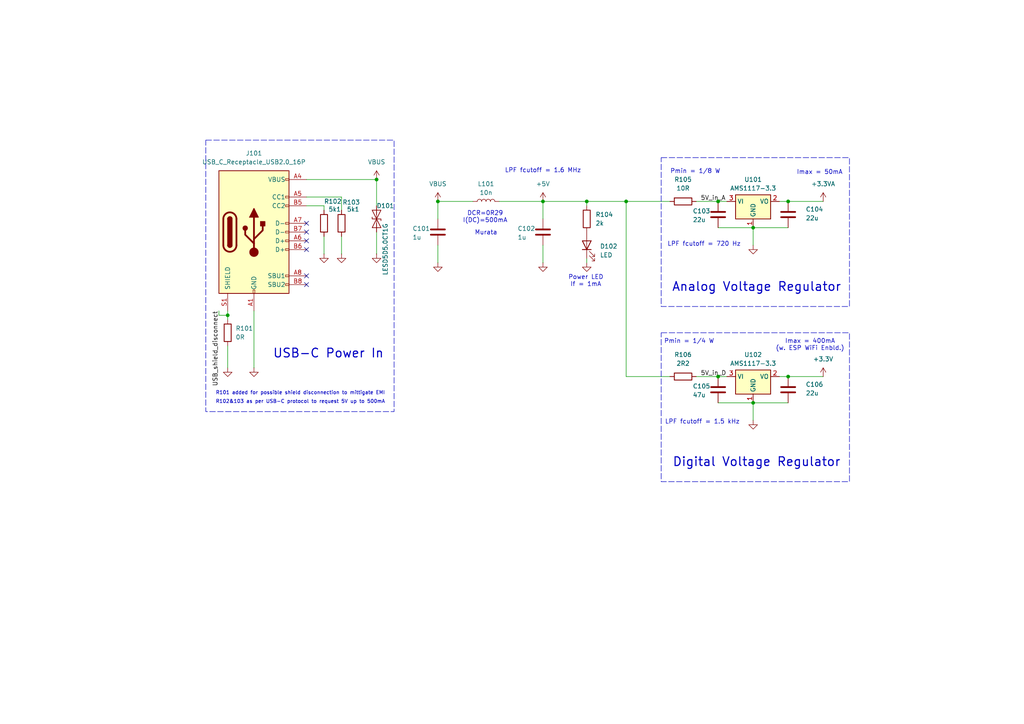
<source format=kicad_sch>
(kicad_sch (version 20231120) (generator "eeschema") (generator_version "8.0")
  (paper "A4")
  (lib_symbols
    (symbol "Connector:USB_C_Receptacle_USB2.0_16P" (pin_names (offset 1.016))
      (property "Reference" "J" (at 0 22.225 0))
      (property "Value" "USB_C_Receptacle_USB2.0_16P" (at 0 19.685 0))
      (symbol "USB_C_Receptacle_USB2.0_16P_0_0"
        (rectangle (start -0.254 -17.78) (end 0.254 -16.764))
        (rectangle (start 10.16 -14.986) (end 9.144 -15.494))
        (rectangle (start 10.16 -12.446) (end 9.144 -12.954))
        (rectangle (start 10.16 -4.826) (end 9.144 -5.334))
        (rectangle (start 10.16 -2.286) (end 9.144 -2.794))
        (rectangle (start 10.16 0.254) (end 9.144 -0.254))
        (rectangle (start 10.16 2.794) (end 9.144 2.286))
        (rectangle (start 10.16 7.874) (end 9.144 7.366))
        (rectangle (start 10.16 10.414) (end 9.144 9.906))
        (rectangle (start 10.16 15.494) (end 9.144 14.986))
      )
      (symbol "USB_C_Receptacle_USB2.0_16P_0_1"
        (rectangle (start -10.16 17.78) (end 10.16 -17.78) (stroke (width 0.254)) (fill (type background)))
        (arc (start -8.89 -3.81) (mid -6.985 -5.7067) (end -5.08 -3.81) (stroke (width 0.508)))
        (arc (start -7.62 -3.81) (mid -6.985 -4.4423) (end -6.35 -3.81) (stroke (width 0.254)))
        (arc (start -7.62 -3.81) (mid -6.985 -4.4423) (end -6.35 -3.81) (stroke (width 0.254)) (fill (type outline)))
        (rectangle (start -7.62 -3.81) (end -6.35 3.81) (stroke (width 0.254)) (fill (type outline)))
        (arc (start -6.35 3.81) (mid -6.985 4.4423) (end -7.62 3.81) (stroke (width 0.254)))
        (arc (start -6.35 3.81) (mid -6.985 4.4423) (end -7.62 3.81) (stroke (width 0.254)) (fill (type outline)))
        (arc (start -5.08 3.81) (mid -6.985 5.7067) (end -8.89 3.81) (stroke (width 0.508)))
        (circle (center -2.54 1.143) (radius 0.635) (stroke (width 0.254)) (fill (type outline)))
        (circle (center 0 -5.842) (radius 1.27) (fill (type outline)))
        (polyline (pts (xy -8.89 -3.81) (xy -8.89 3.81)) (stroke (width 0.508)))
        (polyline (pts (xy -5.08 3.81) (xy -5.08 -3.81)) (stroke (width 0.508)))
        (polyline (pts (xy 0 -5.842) (xy 0 4.318)) (stroke (width 0.508)))
        (polyline (pts (xy 0 -3.302) (xy -2.54 -0.762) (xy -2.54 0.508)) (stroke (width 0.508)))
        (polyline (pts (xy 0 -2.032) (xy 2.54 0.508) (xy 2.54 1.778)) (stroke (width 0.508)))
        (polyline (pts (xy -1.27 4.318) (xy 0 6.858) (xy 1.27 4.318) (xy -1.27 4.318)) (stroke (width 0.254)) (fill (type outline)))
        (rectangle (start 1.905 1.778) (end 3.175 3.048) (stroke (width 0.254)) (fill (type outline)))
      )
      (symbol "USB_C_Receptacle_USB2.0_16P_1_1"
        (pin passive line (at 0 -22.86 90) (length 5.08) (name "GND") (number "A1"))
        (pin passive line (at 0 -22.86 90) (length 5.08) hide (name "GND") (number "A12"))
        (pin passive line (at 15.24 15.24 180) (length 5.08) (name "VBUS") (number "A4"))
        (pin bidirectional line (at 15.24 10.16 180) (length 5.08) (name "CC1") (number "A5"))
        (pin bidirectional line (at 15.24 -2.54 180) (length 5.08) (name "D+") (number "A6"))
        (pin bidirectional line (at 15.24 2.54 180) (length 5.08) (name "D-") (number "A7"))
        (pin bidirectional line (at 15.24 -12.7 180) (length 5.08) (name "SBU1") (number "A8"))
        (pin passive line (at 15.24 15.24 180) (length 5.08) hide (name "VBUS") (number "A9"))
        (pin passive line (at 0 -22.86 90) (length 5.08) hide (name "GND") (number "B1"))
        (pin passive line (at 0 -22.86 90) (length 5.08) hide (name "GND") (number "B12"))
        (pin passive line (at 15.24 15.24 180) (length 5.08) hide (name "VBUS") (number "B4"))
        (pin bidirectional line (at 15.24 7.62 180) (length 5.08) (name "CC2") (number "B5"))
        (pin bidirectional line (at 15.24 -5.08 180) (length 5.08) (name "D+") (number "B6"))
        (pin bidirectional line (at 15.24 0 180) (length 5.08) (name "D-") (number "B7"))
        (pin bidirectional line (at 15.24 -15.24 180) (length 5.08) (name "SBU2") (number "B8"))
        (pin passive line (at 15.24 15.24 180) (length 5.08) hide (name "VBUS") (number "B9"))
        (pin passive line (at -7.62 -22.86 90) (length 5.08) (name "SHIELD") (number "S1"))
      )
    )
    (symbol "Device:C" (pin_numbers hide) (pin_names (offset 0.254))
      (property "Reference" "C" (at 0.635 2.54 0))
      (property "Value" "C" (at 0.635 -2.54 0))
      (symbol "C_0_1"
        (polyline (pts (xy -2.032 -0.762) (xy 2.032 -0.762)) (stroke (width 0.508)))
        (polyline (pts (xy -2.032 0.762) (xy 2.032 0.762)) (stroke (width 0.508)))
      )
      (symbol "C_1_1"
        (pin passive line (at 0 3.81 270) (length 2.794) (name "~") (number "1"))
        (pin passive line (at 0 -3.81 90) (length 2.794) (name "~") (number "2"))
      )
    )
    (symbol "Device:L" (pin_numbers hide) (pin_names (offset 1.016) hide)
      (property "Reference" "L" (at -1.27 0 90))
      (property "Value" "L" (at 1.905 0 90))
      (symbol "L_0_1"
        (arc (start 0 -2.54) (mid 0.6323 -1.905) (end 0 -1.27))
        (arc (start 0 -1.27) (mid 0.6323 -0.635) (end 0 0))
        (arc (start 0 0) (mid 0.6323 0.635) (end 0 1.27))
        (arc (start 0 1.27) (mid 0.6323 1.905) (end 0 2.54))
      )
      (symbol "L_1_1"
        (pin passive line (at 0 3.81 270) (length 1.27) (name "1") (number "1"))
        (pin passive line (at 0 -3.81 90) (length 1.27) (name "2") (number "2"))
      )
    )
    (symbol "Device:LED" (pin_numbers hide) (pin_names (offset 1.016) hide)
      (property "Reference" "D" (at 0 2.54 0))
      (property "Value" "LED" (at 0 -2.54 0))
      (symbol "LED_0_1"
        (polyline (pts (xy -1.27 -1.27) (xy -1.27 1.27)) (stroke (width 0.254)))
        (polyline (pts (xy -1.27 0) (xy 1.27 0)))
        (polyline (pts (xy 1.27 -1.27) (xy 1.27 1.27) (xy -1.27 0) (xy 1.27 -1.27)) (stroke (width 0.254)))
        (polyline (pts (xy -3.048 -0.762) (xy -4.572 -2.286) (xy -3.81 -2.286) (xy -4.572 -2.286) (xy -4.572 -1.524)))
        (polyline (pts (xy -1.778 -0.762) (xy -3.302 -2.286) (xy -2.54 -2.286) (xy -3.302 -2.286) (xy -3.302 -1.524)))
      )
      (symbol "LED_1_1"
        (pin passive line (at -3.81 0 0) (length 2.54) (name "K") (number "1"))
        (pin passive line (at 3.81 0 180) (length 2.54) (name "A") (number "2"))
      )
    )
    (symbol "Device:R" (pin_numbers hide) (pin_names (offset 0))
      (property "Reference" "R" (at 2.032 0 90))
      (property "Value" "R" (at 0 0 90))
      (symbol "R_0_1"
        (rectangle (start -1.016 -2.54) (end 1.016 2.54) (stroke (width 0.254)))
      )
      (symbol "R_1_1"
        (pin passive line (at 0 3.81 270) (length 1.27) (name "~") (number "1"))
        (pin passive line (at 0 -3.81 90) (length 1.27) (name "~") (number "2"))
      )
    )
    (symbol "Diode:ESD9B5.0ST5G" (pin_numbers hide) (pin_names (offset 1.016) hide)
      (property "Reference" "D" (at 0 2.54 0))
      (property "Value" "ESD9B5.0ST5G" (at 0 -2.54 0))
      (symbol "ESD9B5.0ST5G_0_1"
        (polyline (pts (xy 1.27 0) (xy -1.27 0)))
        (polyline (pts (xy -2.54 -1.27) (xy 0 0) (xy -2.54 1.27) (xy -2.54 -1.27)) (stroke (width 0.2032)))
        (polyline (pts (xy 0.508 1.27) (xy 0 1.27) (xy 0 -1.27) (xy -0.508 -1.27)) (stroke (width 0.2032)))
        (polyline (pts (xy 2.54 1.27) (xy 2.54 -1.27) (xy 0 0) (xy 2.54 1.27)) (stroke (width 0.2032)))
      )
      (symbol "ESD9B5.0ST5G_1_1"
        (pin passive line (at -3.81 0 0) (length 2.54) (name "A1") (number "1"))
        (pin passive line (at 3.81 0 180) (length 2.54) (name "A2") (number "2"))
      )
    )
    (symbol "Regulator_Linear:AMS1117-3.3"
      (property "Reference" "U" (at -3.81 3.175 0))
      (property "Value" "AMS1117-3.3" (at 0 3.175 0))
      (symbol "AMS1117-3.3_0_1"
        (rectangle (start -5.08 -5.08) (end 5.08 1.905) (stroke (width 0.254)) (fill (type background)))
      )
      (symbol "AMS1117-3.3_1_1"
        (pin power_in line (at 0 -7.62 90) (length 2.54) (name "GND") (number "1"))
        (pin power_out line (at 7.62 0 180) (length 2.54) (name "VO") (number "2"))
        (pin power_in line (at -7.62 0 0) (length 2.54) (name "VI") (number "3"))
      )
    )
    (symbol "power:+3.3V" (power) (pin_numbers hide) (pin_names (offset 0) hide)
      (property "Value" "+3.3V" (at 0 3.556 0))
      (symbol "+3.3V_0_1"
        (polyline (pts (xy -0.762 1.27) (xy 0 2.54)))
        (polyline (pts (xy 0 0) (xy 0 2.54)))
        (polyline (pts (xy 0 2.54) (xy 0.762 1.27)))
      )
      (symbol "+3.3V_1_1"
        (pin power_in line (at 0 0 90) (length 0) (name "~") (number "1"))
      )
    )
    (symbol "power:+3.3VA" (power) (pin_numbers hide) (pin_names (offset 0) hide)
      (property "Value" "+3.3VA" (at 0 3.556 0))
      (symbol "+3.3VA_0_1"
        (polyline (pts (xy -0.762 1.27) (xy 0 2.54)))
        (polyline (pts (xy 0 0) (xy 0 2.54)))
        (polyline (pts (xy 0 2.54) (xy 0.762 1.27)))
      )
      (symbol "+3.3VA_1_1"
        (pin power_in line (at 0 0 90) (length 0) (name "~") (number "1"))
      )
    )
    (symbol "power:+5V" (power) (pin_numbers hide) (pin_names (offset 0) hide)
      (property "Value" "+5V" (at 0 3.556 0))
      (symbol "+5V_0_1"
        (polyline (pts (xy -0.762 1.27) (xy 0 2.54)))
        (polyline (pts (xy 0 0) (xy 0 2.54)))
        (polyline (pts (xy 0 2.54) (xy 0.762 1.27)))
      )
      (symbol "+5V_1_1"
        (pin power_in line (at 0 0 90) (length 0) (name "~") (number "1"))
      )
    )
    (symbol "power:GND" (power) (pin_numbers hide) (pin_names (offset 0) hide)
      (property "Value" "GND" (at 0 -3.81 0))
      (symbol "GND_0_1"
        (polyline (pts (xy 0 0) (xy 0 -1.27) (xy 1.27 -1.27) (xy 0 -2.54) (xy -1.27 -1.27) (xy 0 -1.27)))
      )
      (symbol "GND_1_1"
        (pin power_in line (at 0 0 270) (length 0) (name "~") (number "1"))
      )
    )
    (symbol "power:VBUS" (power) (pin_numbers hide) (pin_names (offset 0) hide)
      (property "Value" "VBUS" (at 0 3.556 0))
      (symbol "VBUS_0_1"
        (polyline (pts (xy -0.762 1.27) (xy 0 2.54)))
        (polyline (pts (xy 0 0) (xy 0 2.54)))
        (polyline (pts (xy 0 2.54) (xy 0.762 1.27)))
      )
      (symbol "VBUS_1_1"
        (pin power_in line (at 0 0 90) (length 0) (name "~") (number "1"))
      )
    )
  )
  (junction (at 228.6 109.22))
  (junction (at 218.44 66.04))
  (junction (at 228.6 58.42))
  (junction (at 127 58.42))
  (junction (at 208.28 58.42))
  (junction (at 208.28 109.22))
  (junction (at 170.18 58.42))
  (junction (at 66.04 91.44))
  (junction (at 218.44 116.84))
  (junction (at 181.61 58.42))
  (junction (at 157.48 58.42))
  (junction (at 109.22 52.07))
  (no_connect (at 88.9 67.31))
  (no_connect (at 88.9 69.85))
  (no_connect (at 88.9 80.01))
  (no_connect (at 88.9 72.39))
  (no_connect (at 88.9 64.77))
  (no_connect (at 88.9 82.55))
  (wire (pts (xy 208.28 58.42) (xy 210.82 58.42)))
  (wire (pts (xy 88.9 52.07) (xy 109.22 52.07)))
  (wire (pts (xy 93.98 59.69) (xy 93.98 60.96)))
  (wire (pts (xy 157.48 58.42) (xy 170.18 58.42)))
  (wire (pts (xy 218.44 66.04) (xy 228.6 66.04)))
  (wire (pts (xy 208.28 109.22) (xy 210.82 109.22)))
  (wire (pts (xy 88.9 57.15) (xy 99.06 57.15)))
  (wire (pts (xy 109.22 67.31) (xy 109.22 73.66)))
  (wire (pts (xy 218.44 116.84) (xy 218.44 121.92)))
  (wire (pts (xy 144.78 58.42) (xy 157.48 58.42)))
  (wire (pts (xy 170.18 74.93) (xy 170.18 76.2)))
  (wire (pts (xy 226.06 109.22) (xy 228.6 109.22)))
  (wire (pts (xy 228.6 109.22) (xy 238.76 109.22)))
  (wire (pts (xy 127 71.12) (xy 127 76.2)))
  (wire (pts (xy 228.6 58.42) (xy 238.76 58.42)))
  (wire (pts (xy 66.04 100.33) (xy 66.04 106.68)))
  (wire (pts (xy 99.06 57.15) (xy 99.06 60.96)))
  (wire (pts (xy 127 58.42) (xy 137.16 58.42)))
  (wire (pts (xy 88.9 59.69) (xy 93.98 59.69)))
  (wire (pts (xy 226.06 58.42) (xy 228.6 58.42)))
  (wire (pts (xy 157.48 71.12) (xy 157.48 76.2)))
  (wire (pts (xy 157.48 58.42) (xy 157.48 63.5)))
  (wire (pts (xy 218.44 116.84) (xy 228.6 116.84)))
  (wire (pts (xy 63.5 91.44) (xy 66.04 91.44)))
  (wire (pts (xy 73.66 90.17) (xy 73.66 106.68)))
  (wire (pts (xy 170.18 59.69) (xy 170.18 58.42)))
  (wire (pts (xy 208.28 116.84) (xy 218.44 116.84)))
  (wire (pts (xy 66.04 90.17) (xy 66.04 91.44)))
  (wire (pts (xy 201.93 58.42) (xy 208.28 58.42)))
  (wire (pts (xy 63.5 90.17) (xy 63.5 91.44)))
  (wire (pts (xy 66.04 91.44) (xy 66.04 92.71)))
  (wire (pts (xy 93.98 68.58) (xy 93.98 73.66)))
  (wire (pts (xy 109.22 52.07) (xy 109.22 59.69)))
  (wire (pts (xy 181.61 58.42) (xy 194.31 58.42)))
  (wire (pts (xy 194.31 109.22) (xy 181.61 109.22)))
  (wire (pts (xy 127 58.42) (xy 127 63.5)))
  (wire (pts (xy 99.06 68.58) (xy 99.06 73.66)))
  (wire (pts (xy 181.61 109.22) (xy 181.61 58.42)))
  (wire (pts (xy 208.28 66.04) (xy 218.44 66.04)))
  (wire (pts (xy 170.18 58.42) (xy 181.61 58.42)))
  (wire (pts (xy 208.28 109.22) (xy 201.93 109.22)))
  (wire (pts (xy 218.44 66.04) (xy 218.44 71.12)))
  (rectangle (start 191.77 45.72) (end 246.38 88.9) (stroke (width 0) (type dash)))
  (rectangle (start 191.77 96.52) (end 246.38 139.7) (stroke (width 0) (type dash)))
  (rectangle (start 59.69 40.64) (end 114.3 119.38) (stroke (width 0) (type dash)))
  (text "LPF fcutoff = 720 Hz" (at 204.216 70.866 0) (effects (font (size 1.27 1.27))))
  (text "Digital Voltage Regulator" (at 219.456 134.112 0) (effects (font (size 2.54 2.54) (thickness 0.3175))))
  (text "R101 added for possible shield disconnection to mittigate EMI" (at 87.122 114.046 0) (effects (font (size 1.016 1.016))))
  (text "R102&103 as per USB-C protocol to request 5V up to 500mA" (at 87.122 116.586 0) (effects (font (size 1.016 1.016))))
  (text "Pmin = 1/4 W\n" (at 199.898 99.06 0) (effects (font (size 1.27 1.27))))
  (text "LPF fcutoff = 1.5 kHz" (at 203.708 122.428 0) (effects (font (size 1.27 1.27))))
  (text "Pmin = 1/8 W\n\n" (at 201.676 50.8 0) (effects (font (size 1.27 1.27))))
  (text "Imax = 400mA\n(w. ESP WiFi Enbld.)\n" (at 234.95 100.076 0) (effects (font (size 1.27 1.27))))
  (text "DCR=0R29\nI(DC)=500mA\n" (at 140.716 62.992 0) (effects (font (size 1.27 1.27))))
  (text "Analog Voltage Regulator\n" (at 219.456 83.312 0) (effects (font (size 2.54 2.54) (thickness 0.3175))))
  (text "Murata" (at 140.97 67.564 0) (effects (font (size 1.27 1.27))))
  (text "Imax = 50mA\n" (at 237.744 50.038 0) (effects (font (size 1.27 1.27))))
  (text "Power LED\nIf = 1mA\n" (at 169.926 81.534 0) (effects (font (size 1.27 1.27))))
  (text "LPF fcutoff = 1.6 MHz" (at 157.48 49.53 0) (effects (font (size 1.27 1.27))))
  (text "USB-C Power In\n" (at 95.25 102.616 0) (effects (font (size 2.54 2.54) (thickness 0.3175))))
  (label "USB_shield_disconnect" (at 63.5 90.17 270))
  (label "5V_in_A" (at 203.2 58.42 0))
  (label "5V_in_D" (at 203.2 109.22 0))
  (symbol (lib_id "power:VBUS") (at 109.22 52.07 0) (unit 1)
    (property "Reference" "#PWR036" (effects (hide yes)))
    (property "Value" "VBUS" (at 109.22 46.99 0))
    (property "Description" "Power symbol creates a global label with name \"VBUS\"" (effects (hide yes)))
  )
  (symbol (lib_id "Device:R") (at 99.06 64.77 0) (unit 1)
    (property "Reference" "R103" (at 99.314 58.674 0) (effects (justify left)))
    (property "Value" "5k1" (at 100.584 60.706 0) (effects (justify left)))
    (property "Footprint" "Resistor_SMD:R_0402_1005Metric" (effects (hide yes)))
    (property "Description" "Resistor" (effects (hide yes)))
  )
  (symbol (lib_id "Regulator_Linear:AMS1117-3.3") (at 218.44 58.42 0) (unit 1)
    (property "Reference" "U101" (at 218.44 52.07 0))
    (property "Value" "AMS1117-3.3" (at 218.44 54.61 0))
    (property "Footprint" "Package_TO_SOT_SMD:SOT-223-3_TabPin2" (effects (hide yes)))
    (property "Datasheet" "http://www.advanced-monolithic.com/pdf/ds1117.pdf" (effects (hide yes)))
    (property "Description" "1A Low Dropout regulator, positive, 3.3V fixed output, SOT-223" (effects (hide yes)))
  )
  (symbol (lib_id "power:+3.3V") (at 238.76 109.22 0) (unit 1)
    (property "Reference" "#PWR049" (effects (hide yes)))
    (property "Value" "+3.3V" (at 238.76 104.14 0))
    (property "Description" "Power symbol creates a global label with name \"+3.3V\"" (effects (hide yes)))
  )
  (symbol (lib_id "Connector:USB_C_Receptacle_USB2.0_16P") (at 73.66 67.31 0) (unit 1)
    (property "Reference" "J101" (at 73.66 44.45 0))
    (property "Value" "USB_C_Receptacle_USB2.0_16P" (at 73.66 46.99 0))
    (property "Footprint" "Connector_USB:USB_C_Receptacle_Palconn_UTC16-G" (effects (hide yes)))
    (property "Datasheet" "https://www.usb.org/sites/default/files/documents/usb_type-c.zip" (effects (hide yes)))
    (property "Description" "USB 2.0-only 16P Type-C Receptacle connector" (effects (hide yes)))
  )
  (symbol (lib_id "Device:R") (at 66.04 96.52 0) (unit 1)
    (property "Reference" "R101" (at 68.326 95.25 0) (effects (justify left)))
    (property "Value" "0R" (at 68.326 97.79 0) (effects (justify left)))
    (property "Footprint" "Resistor_SMD:R_0805_2012Metric" (effects (hide yes)))
    (property "Description" "Resistor" (effects (hide yes)))
  )
  (symbol (lib_id "Device:L") (at 140.97 58.42 90) (unit 1)
    (property "Reference" "L101" (at 140.97 53.34 90))
    (property "Value" "10n" (at 140.97 55.88 90))
    (property "Footprint" "Inductor_SMD:L_0402_1005Metric" (effects (hide yes)))
    (property "Description" "Inductor" (effects (hide yes)))
  )
  (symbol (lib_id "power:GND") (at 218.44 121.92 0) (unit 1)
    (property "Reference" "#PWR048" (effects (hide yes)))
    (property "Value" "GND" (effects (hide yes)))
    (property "Description" "Power symbol creates a global label with name \"GND\" , ground" (effects (hide yes)))
  )
  (symbol (lib_id "Device:C") (at 157.48 67.31 0) (unit 1)
    (property "Reference" "C102" (at 150.114 66.294 0) (effects (justify left)))
    (property "Value" "1u" (at 150.114 68.834 0) (effects (justify left)))
    (property "Footprint" "Capacitor_SMD:C_0402_1005Metric" (effects (hide yes)))
    (property "Description" "Unpolarized capacitor" (effects (hide yes)))
  )
  (symbol (lib_id "power:GND") (at 66.04 106.68 0) (unit 1)
    (property "Reference" "#PWR012" (effects (hide yes)))
    (property "Value" "GND" (effects (hide yes)))
    (property "Description" "Power symbol creates a global label with name \"GND\" , ground" (effects (hide yes)))
  )
  (symbol (lib_id "Device:C") (at 208.28 113.03 0) (unit 1)
    (property "Reference" "C105" (at 200.914 112.014 0) (effects (justify left)))
    (property "Value" "47u" (at 200.914 114.554 0) (effects (justify left)))
    (property "Footprint" "Capacitor_SMD:C_0603_1608Metric" (effects (hide yes)))
    (property "Description" "Unpolarized capacitor" (effects (hide yes)))
  )
  (symbol (lib_id "power:GND") (at 99.06 73.66 0) (unit 1)
    (property "Reference" "#PWR038" (effects (hide yes)))
    (property "Value" "GND" (effects (hide yes)))
    (property "Description" "Power symbol creates a global label with name \"GND\" , ground" (effects (hide yes)))
  )
  (symbol (lib_id "Device:C") (at 208.28 62.23 0) (unit 1)
    (property "Reference" "C103" (at 200.914 61.214 0) (effects (justify left)))
    (property "Value" "22u" (at 200.914 63.754 0) (effects (justify left)))
    (property "Footprint" "Capacitor_SMD:C_0603_1608Metric" (effects (hide yes)))
    (property "Description" "Unpolarized capacitor" (effects (hide yes)))
  )
  (symbol (lib_id "Device:LED") (at 170.18 71.12 90) (unit 1)
    (property "Reference" "D102" (at 173.99 71.4374 90) (effects (justify right)))
    (property "Value" "LED" (at 173.99 73.9774 90) (effects (justify right)))
    (property "Footprint" "LED_SMD:LED_0402_1005Metric" (effects (hide yes)))
    (property "Description" "Light emitting diode" (effects (hide yes)))
  )
  (symbol (lib_id "power:GND") (at 127 76.2 0) (unit 1)
    (property "Reference" "#PWR040" (effects (hide yes)))
    (property "Value" "GND" (effects (hide yes)))
    (property "Description" "Power symbol creates a global label with name \"GND\" , ground" (effects (hide yes)))
  )
  (symbol (lib_id "Device:R") (at 170.18 63.5 0) (unit 1)
    (property "Reference" "R104" (at 172.72 62.2299 0) (effects (justify left)))
    (property "Value" "2k" (at 172.72 64.7699 0) (effects (justify left)))
    (property "Footprint" "Resistor_SMD:R_0402_1005Metric" (effects (hide yes)))
    (property "Description" "Resistor" (effects (hide yes)))
  )
  (symbol (lib_id "power:+3.3VA") (at 238.76 58.42 0) (unit 1)
    (property "Reference" "#PWR039" (effects (hide yes)))
    (property "Value" "+3.3VA" (at 238.76 53.34 0))
    (property "Description" "Power symbol creates a global label with name \"+3.3VA\"" (effects (hide yes)))
  )
  (symbol (lib_id "power:GND") (at 170.18 76.2 0) (unit 1)
    (property "Reference" "#PWR047" (effects (hide yes)))
    (property "Value" "GND" (effects (hide yes)))
    (property "Description" "Power symbol creates a global label with name \"GND\" , ground" (effects (hide yes)))
  )
  (symbol (lib_id "Device:R") (at 198.12 58.42 90) (unit 1)
    (property "Reference" "R105" (at 198.12 52.07 90))
    (property "Value" "10R" (at 198.12 54.61 90))
    (property "Footprint" "Resistor_SMD:R_0805_2012Metric" (effects (hide yes)))
    (property "Description" "Resistor" (effects (hide yes)))
  )
  (symbol (lib_id "Device:C") (at 127 67.31 0) (unit 1)
    (property "Reference" "C101" (at 119.634 66.294 0) (effects (justify left)))
    (property "Value" "1u" (at 119.634 68.834 0) (effects (justify left)))
    (property "Footprint" "Capacitor_SMD:C_0402_1005Metric" (effects (hide yes)))
    (property "Description" "Unpolarized capacitor" (effects (hide yes)))
  )
  (symbol (lib_id "Regulator_Linear:AMS1117-3.3") (at 218.44 109.22 0) (unit 1)
    (property "Reference" "U102" (at 218.44 102.87 0))
    (property "Value" "AMS1117-3.3" (at 218.44 105.41 0))
    (property "Footprint" "Package_TO_SOT_SMD:SOT-223-3_TabPin2" (effects (hide yes)))
    (property "Datasheet" "http://www.advanced-monolithic.com/pdf/ds1117.pdf" (effects (hide yes)))
    (property "Description" "1A Low Dropout regulator, positive, 3.3V fixed output, SOT-223" (effects (hide yes)))
  )
  (symbol (lib_id "power:+5V") (at 157.48 58.42 0) (unit 1)
    (property "Reference" "#PWR031" (effects (hide yes)))
    (property "Value" "+5V" (at 157.48 53.34 0))
    (property "Description" "Power symbol creates a global label with name \"+5V\"" (effects (hide yes)))
  )
  (symbol (lib_id "power:GND") (at 73.66 106.68 0) (unit 1)
    (property "Reference" "#PWR033" (effects (hide yes)))
    (property "Value" "GND" (effects (hide yes)))
    (property "Description" "Power symbol creates a global label with name \"GND\" , ground" (effects (hide yes)))
  )
  (symbol (lib_id "Diode:ESD9B5.0ST5G") (at 109.22 63.5 90) (unit 1)
    (property "Reference" "D101" (at 109.22 59.69 90) (effects (justify right)))
    (property "Value" "LESD5D5.0CT1G" (at 111.76 64.7699 0) (effects (justify right)))
    (property "Footprint" "Diode_SMD:D_SOD-523" (effects (hide yes)))
    (property "Datasheet" "https://www.onsemi.com/pub/Collateral/ESD9B-D.PDF" (effects (hide yes)))
    (property "Description" "ESD protection diode, 5.0Vrwm, SOD-923" (effects (hide yes)))
  )
  (symbol (lib_id "power:GND") (at 109.22 73.66 0) (unit 1)
    (property "Reference" "#PWR074" (effects (hide yes)))
    (property "Value" "GND" (effects (hide yes)))
    (property "Description" "Power symbol creates a global label with name \"GND\" , ground" (effects (hide yes)))
  )
  (symbol (lib_id "Device:R") (at 93.98 64.77 0) (unit 1)
    (property "Reference" "R102" (at 93.98 58.42 0) (effects (justify left)))
    (property "Value" "5k1" (at 95.25 60.706 0) (effects (justify left)))
    (property "Footprint" "Resistor_SMD:R_0402_1005Metric" (effects (hide yes)))
    (property "Description" "Resistor" (effects (hide yes)))
  )
  (symbol (lib_id "Device:R") (at 198.12 109.22 90) (unit 1)
    (property "Reference" "R106" (at 198.12 102.87 90))
    (property "Value" "2R2" (at 198.12 105.41 90))
    (property "Footprint" "Resistor_SMD:R_1206_3216Metric" (effects (hide yes)))
    (property "Description" "Resistor" (effects (hide yes)))
  )
  (symbol (lib_id "Device:C") (at 228.6 62.23 0) (unit 1)
    (property "Reference" "C104" (at 233.68 60.706 0) (effects (justify left)))
    (property "Value" "22u" (at 233.68 63.246 0) (effects (justify left)))
    (property "Footprint" "Capacitor_SMD:C_0603_1608Metric" (effects (hide yes)))
    (property "Description" "Unpolarized capacitor" (effects (hide yes)))
  )
  (symbol (lib_id "power:GND") (at 218.44 71.12 0) (unit 1)
    (property "Reference" "#PWR035" (effects (hide yes)))
    (property "Value" "GND" (effects (hide yes)))
    (property "Description" "Power symbol creates a global label with name \"GND\" , ground" (effects (hide yes)))
  )
  (symbol (lib_id "power:GND") (at 93.98 73.66 0) (unit 1)
    (property "Reference" "#PWR037" (effects (hide yes)))
    (property "Value" "GND" (effects (hide yes)))
    (property "Description" "Power symbol creates a global label with name \"GND\" , ground" (effects (hide yes)))
  )
  (symbol (lib_id "Device:C") (at 228.6 113.03 0) (unit 1)
    (property "Reference" "C106" (at 233.68 111.506 0) (effects (justify left)))
    (property "Value" "22u" (at 233.68 114.046 0) (effects (justify left)))
    (property "Footprint" "Capacitor_SMD:C_0603_1608Metric" (effects (hide yes)))
    (property "Description" "Unpolarized capacitor" (effects (hide yes)))
  )
  (symbol (lib_id "power:GND") (at 157.48 76.2 0) (unit 1)
    (property "Reference" "#PWR041" (effects (hide yes)))
    (property "Value" "GND" (effects (hide yes)))
    (property "Description" "Power symbol creates a global label with name \"GND\" , ground" (effects (hide yes)))
  )
  (symbol (lib_id "power:VBUS") (at 127 58.42 0) (unit 1)
    (property "Reference" "#PWR042" (effects (hide yes)))
    (property "Value" "VBUS" (at 127 53.34 0))
    (property "Description" "Power symbol creates a global label with name \"VBUS\"" (effects (hide yes)))
  )
)
</source>
